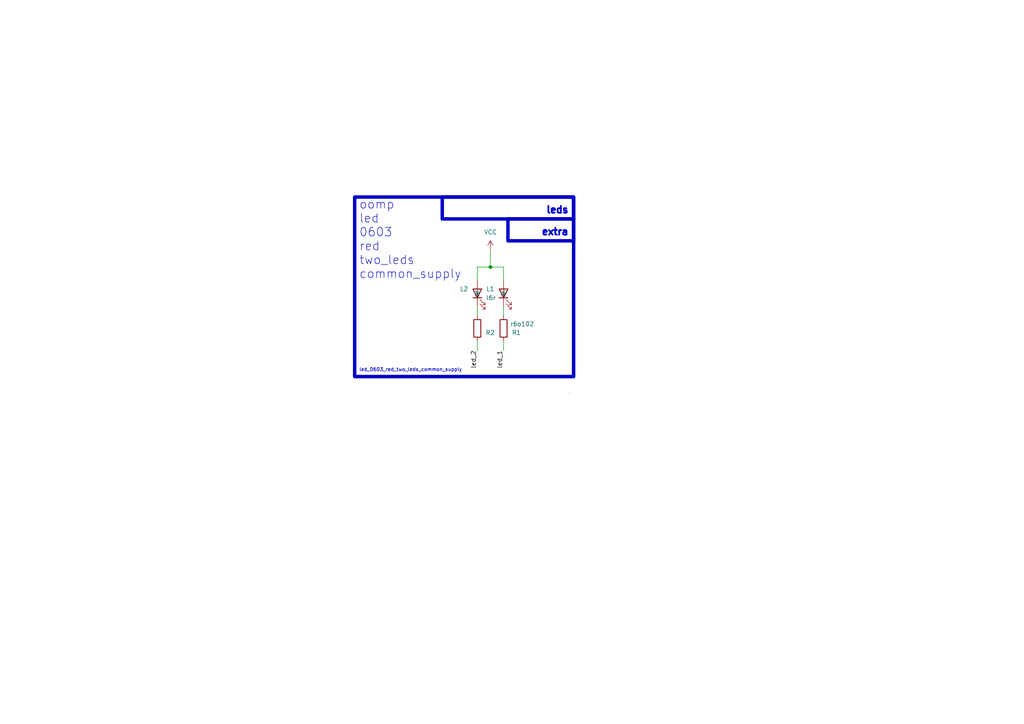
<source format=kicad_sch>
(kicad_sch (version 20230121) (generator eeschema)
  (paper "A4")
  (lib_symbols
    (symbol "oomlout_oomp_part_symbols:l6r_electronic_led_0603_red" (pin_numbers hide) (pin_names (offset 1.016))
      (property "Reference" "L" (at 0 2.54 0))
      (property "Value" "l6r_electronic_led_0603_red" (at 0 -2.54 0))
      (symbol "l6r_electronic_led_0603_red_0_1"
        (polyline (pts (xy -1.27 -1.27) (xy -1.27 1.27)) (stroke (width 0.254)))
        (polyline (pts (xy -1.27 0) (xy 1.27 0)))
        (polyline (pts (xy 1.27 -1.27) (xy 1.27 1.27) (xy -1.27 0) (xy 1.27 -1.27)) (stroke (width 0.254)))
        (polyline (pts (xy -3.048 -0.762) (xy -4.572 -2.286) (xy -3.81 -2.286) (xy -4.572 -2.286) (xy -4.572 -1.524)))
        (polyline (pts (xy -1.778 -0.762) (xy -3.302 -2.286) (xy -2.54 -2.286) (xy -3.302 -2.286) (xy -3.302 -1.524)))
      )
      (symbol "l6r_electronic_led_0603_red_1_1"
        (pin passive line (at -3.81 0 0) (length 2.54) (name "K") (number "1"))
        (pin passive line (at 3.81 0 180) (length 2.54) (name "A") (number "2"))
      )
    )
    (symbol "oomlout_oomp_part_symbols:r6o102_electronic_resistor_0603_1000_ohm" (pin_numbers hide) (pin_names (offset 0))
      (property "Reference" "R" (at 2.032 0 90))
      (property "Value" "r6o102_electronic_resistor_0603_1000_ohm" (at 0 0 90))
      (symbol "r6o102_electronic_resistor_0603_1000_ohm_0_1"
        (rectangle (start -1.016 -2.54) (end 1.016 2.54) (stroke (width 0.254)))
      )
      (symbol "r6o102_electronic_resistor_0603_1000_ohm_1_1"
        (pin passive line (at 0 3.81 270) (length 1.27) (name "~") (number "1"))
        (pin passive line (at 0 -3.81 90) (length 1.27) (name "~") (number "2"))
      )
    )
    (symbol "power:VCC" (power) (pin_names (offset 0))
      (property "Value" "VCC" (at 0 3.81 0))
      (symbol "VCC_0_1"
        (polyline (pts (xy -0.762 1.27) (xy 0 2.54)))
        (polyline (pts (xy 0 0) (xy 0 2.54)))
        (polyline (pts (xy 0 2.54) (xy 0.762 1.27)))
      )
      (symbol "VCC_1_1"
        (pin power_in line (at 0 0 90) (length 0) hide (name "VCC") (number "1"))
      )
    )
  )
  (junction (at 142.24 77.47))
  (wire (pts (xy 138.43 101.6) (xy 138.43 99.06)))
  (wire (pts (xy 146.05 91.44) (xy 146.05 88.9)))
  (wire (pts (xy 142.24 77.47) (xy 142.24 72.39)))
  (wire (pts (xy 146.05 81.28) (xy 146.05 77.47)))
  (wire (pts (xy 146.05 101.6) (xy 146.05 99.06)))
  (wire (pts (xy 138.43 91.44) (xy 138.43 88.9)))
  (wire (pts (xy 146.05 77.47) (xy 142.24 77.47)))
  (wire (pts (xy 138.43 81.28) (xy 138.43 77.47)))
  (wire (pts (xy 142.24 77.47) (xy 138.43 77.47)))
  (rectangle (start 128.27 57.15) (end 166.37 63.5) (stroke (width 1)))
  (rectangle (start 147.32 63.5) (end 166.37 69.85) (stroke (width 1)))
  (rectangle (start 165.1 114.3) (end 165.1 114.3))
  (rectangle (start 102.87 57.15) (end 166.37 109.22) (stroke (width 1)))
  (text "leds" (at 165.1 62.23 0) (effects (font (size 2 2) (thickness 0.8) bold) (justify right bottom)))
  (text "oomp\nled\n0603\nred\ntwo_leds\ncommon_supply\n\n" (at 104.14 85.09 0) (effects (font (size 2.5 2.5)) (justify left bottom)))
  (text "extra" (at 165.1 68.58 0) (effects (font (size 2 2) (thickness 0.8) bold) (justify right bottom)))
  (text "led_0603_red_two_leds_common_supply" (at 104.14 107.95 0) (effects (font (size 1 1)) (justify left bottom)))
  (label "led_1" (at 146.05 101.6 270))
  (label "led_2" (at 138.43 101.6 270))
  (symbol (lib_id "oomlout_oomp_part_symbols:r6o102_electronic_resistor_0603_1000_ohm") (at 146.05 95.25 0) (unit 1)
    (property "Reference" "R1" (at 151.13 96.52 0) (effects (justify right)))
    (property "Value" "r6o102" (at 154.94 93.98 0) (effects (justify right)))
    (property "Footprint" "r6o102_electronic_resistor_0603_1000_ohm" (effects hide))
    (property "Datasheet" "https://github.com/oomlout/oomlout_oomp_v3/parts/electronic_resistor_0603_1000_ohm/datasheet.pdf" (effects hide))
  )
  (symbol (lib_id "oomlout_oomp_part_symbols:l6r_electronic_led_0603_red") (at 138.43 85.09 90) (unit 1)
    (property "Reference" "L2" (at 133.35 83.82 90) (effects (justify right)))
    (property "Value" "l6r" (effects hide))
    (property "Footprint" "l6r_electronic_led_0603_red" (effects hide))
    (property "Datasheet" "https://github.com/oomlout/oomlout_oomp_v3/parts/electronic_led_0603_red/datasheet.pdf" (effects hide))
  )
  (symbol (lib_id "oomlout_oomp_part_symbols:l6r_electronic_led_0603_red") (at 146.05 85.09 90) (unit 1)
    (property "Reference" "L1" (at 140.97 83.82 90) (effects (justify right)))
    (property "Value" "l6r" (at 140.97 86.36 90) (effects (justify right)))
    (property "Footprint" "l6r_electronic_led_0603_red" (effects hide))
    (property "Datasheet" "https://github.com/oomlout/oomlout_oomp_v3/parts/electronic_led_0603_red/datasheet.pdf" (effects hide))
  )
  (symbol (lib_id "oomlout_oomp_part_symbols:r6o102_electronic_resistor_0603_1000_ohm") (at 138.43 95.25 0) (unit 1)
    (property "Reference" "R2" (at 143.51 96.52 0) (effects (justify right)))
    (property "Value" "r6o102" (effects hide))
    (property "Footprint" "r6o102_electronic_resistor_0603_1000_ohm" (effects hide))
    (property "Datasheet" "https://github.com/oomlout/oomlout_oomp_v3/parts/electronic_resistor_0603_1000_ohm/datasheet.pdf" (effects hide))
  )
  (symbol (lib_id "power:VCC") (at 142.24 72.39 0) (unit 1)
    (property "Reference" "#PWR01" (effects hide))
    (property "Value" "VCC" (at 142.24 67.31 0))
  )
)
</source>
